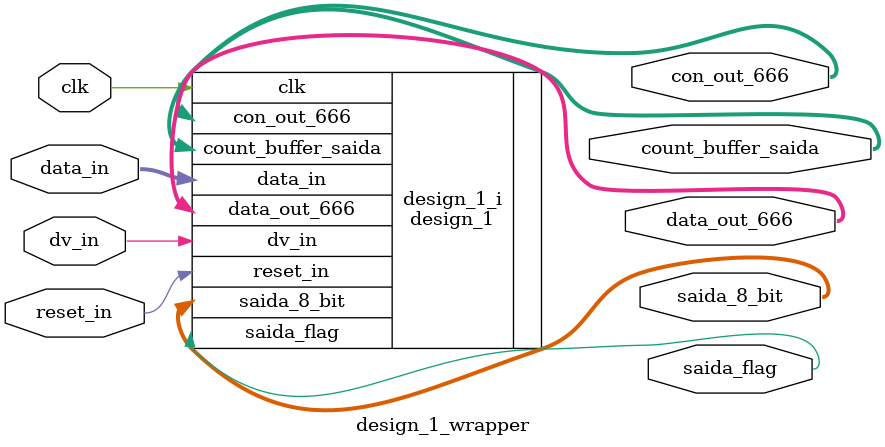
<source format=v>
`timescale 1 ps / 1 ps

module design_1_wrapper
   (clk,
    con_out_666,
    count_buffer_saida,
    data_in,
    data_out_666,
    dv_in,
    reset_in,
    saida_8_bit,
    saida_flag);
  input clk;
  output [3:0]con_out_666;
  output [3:0]count_buffer_saida;
  input [7:0]data_in;
  output [63:0]data_out_666;
  input dv_in;
  input reset_in;
  output [7:0]saida_8_bit;
  output saida_flag;

  wire clk;
  wire [3:0]con_out_666;
  wire [3:0]count_buffer_saida;
  wire [7:0]data_in;
  wire [63:0]data_out_666;
  wire dv_in;
  wire reset_in;
  wire [7:0]saida_8_bit;
  wire saida_flag;

  design_1 design_1_i
       (.clk(clk),
        .con_out_666(con_out_666),
        .count_buffer_saida(count_buffer_saida),
        .data_in(data_in),
        .data_out_666(data_out_666),
        .dv_in(dv_in),
        .reset_in(reset_in),
        .saida_8_bit(saida_8_bit),
        .saida_flag(saida_flag));
endmodule

</source>
